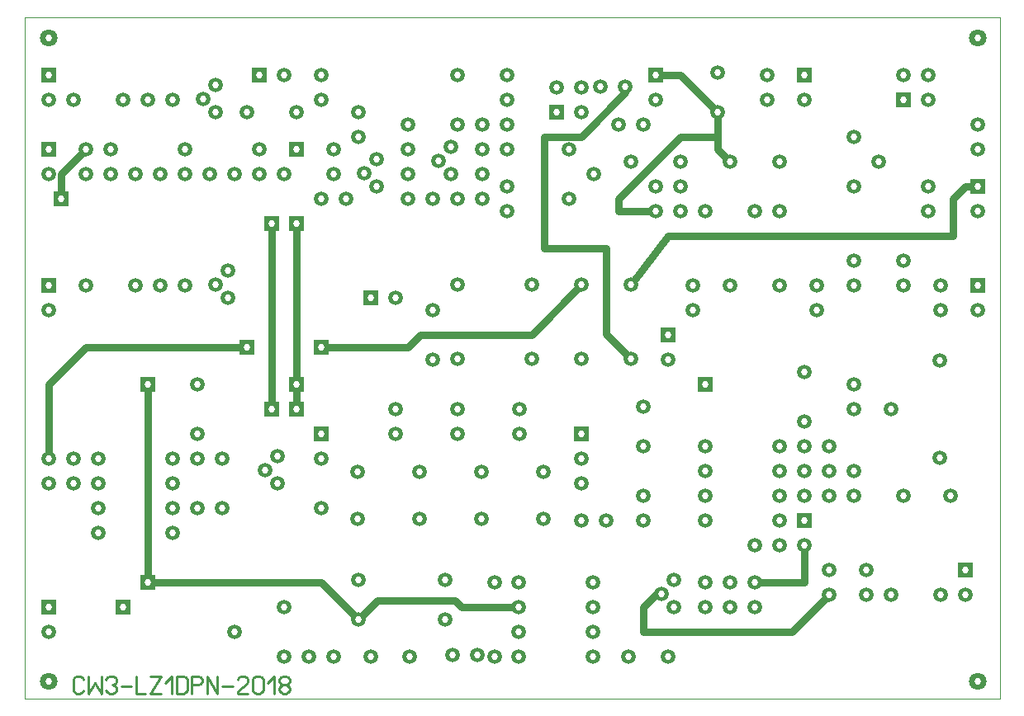
<source format=gbr>
%FSLAX34Y34*%
%MOMM*%
%LNCOPPER_TOP*%
G71*
G01*
%ADD10C, 0.00*%
%ADD11C, 0.80*%
%ADD12C, 1.80*%
%ADD13C, 1.52*%
%ADD14C, 0.22*%
%ADD15C, 0.60*%
%ADD16C, 0.30*%
%ADD17C, 0.69*%
%LPD*%
G54D10*
X-50000Y1050000D02*
X950000Y1050000D01*
X950000Y350000D01*
X-50000Y350000D01*
X-50000Y1050000D01*
G54D11*
X596900Y990600D02*
X622300Y990600D01*
X660400Y952500D01*
X660400Y914400D01*
X673100Y901700D01*
G54D11*
X596900Y850900D02*
X558800Y850900D01*
X558800Y863600D01*
X622300Y927100D01*
X660400Y927100D01*
G54D11*
X901700Y825500D02*
X901700Y863600D01*
X914400Y876300D01*
X927100Y876300D01*
G54D11*
X571885Y774935D02*
X571885Y775085D01*
X609600Y825500D01*
X901700Y825500D01*
G54D11*
X566178Y978299D02*
X566178Y972578D01*
X520700Y927100D01*
X482600Y927100D01*
X482600Y812800D01*
X546100Y812800D01*
X546100Y724520D01*
X571885Y698735D01*
G54D11*
X602966Y458171D02*
X597871Y458171D01*
X584200Y444500D01*
X584200Y419100D01*
X736600Y419100D01*
X774700Y457200D01*
G54D11*
X457051Y444491D02*
X398509Y444491D01*
X391700Y451300D01*
X311600Y451300D01*
X292100Y431800D01*
G54D11*
X698500Y469900D02*
X749300Y469900D01*
X749300Y508000D01*
X-25400Y1028700D02*
G54D12*
D03*
X-25400Y1028700D02*
G54D12*
D03*
X-25400Y1028700D02*
G54D12*
D03*
X927100Y1028700D02*
G54D12*
D03*
X927100Y368300D02*
G54D12*
D03*
X-25400Y368300D02*
G54D12*
D03*
X-25400Y1028700D02*
G54D12*
D03*
G54D11*
X12700Y914400D02*
X-12700Y889000D01*
X-12700Y863600D01*
G54D11*
X203200Y838200D02*
X203200Y736600D01*
G54D11*
X203200Y736600D02*
X203200Y647700D01*
G54D11*
X76200Y673100D02*
X76200Y469900D01*
G54D11*
X76200Y469900D02*
X254000Y469900D01*
X292100Y431800D01*
G54D11*
X228600Y838200D02*
X228600Y673100D01*
X228600Y647700D01*
G54D11*
X-25400Y596900D02*
X-25400Y673100D01*
X12700Y711200D01*
X177800Y711200D01*
G54D11*
X254000Y711200D02*
X342900Y711200D01*
X355600Y723900D01*
X470051Y723900D01*
X521085Y774935D01*
X12700Y914400D02*
G54D13*
D03*
X-12700Y863600D02*
G54D13*
D03*
X203200Y838200D02*
G54D13*
D03*
X228600Y838200D02*
G54D13*
D03*
X566178Y978299D02*
G54D13*
D03*
X-25400Y965200D02*
G54D13*
D03*
X0Y965200D02*
G54D13*
D03*
X-25400Y889000D02*
G54D13*
D03*
X12700Y889000D02*
G54D13*
D03*
X38100Y889000D02*
G54D13*
D03*
X38100Y914400D02*
G54D13*
D03*
X63500Y889000D02*
G54D13*
D03*
X88900Y889000D02*
G54D13*
D03*
X114300Y914400D02*
G54D13*
D03*
X114300Y889000D02*
G54D13*
D03*
X139700Y889000D02*
G54D13*
D03*
X165100Y889000D02*
G54D13*
D03*
X190500Y889000D02*
G54D13*
D03*
X215900Y889000D02*
G54D13*
D03*
X190500Y914400D02*
G54D13*
D03*
X177800Y952500D02*
G54D13*
D03*
X145766Y952171D02*
G54D13*
D03*
X133066Y966171D02*
G54D13*
D03*
X145766Y980171D02*
G54D13*
D03*
X101600Y965200D02*
G54D13*
D03*
X76200Y965200D02*
G54D13*
D03*
X50800Y965200D02*
G54D13*
D03*
X12700Y774700D02*
G54D13*
D03*
X-25400Y749300D02*
G54D13*
D03*
X63500Y774700D02*
G54D13*
D03*
X88900Y774700D02*
G54D13*
D03*
X114300Y774700D02*
G54D13*
D03*
X145766Y775671D02*
G54D13*
D03*
X158466Y789671D02*
G54D13*
D03*
X158466Y761671D02*
G54D13*
D03*
X254000Y863600D02*
G54D13*
D03*
X266700Y889000D02*
G54D13*
D03*
X266700Y914400D02*
G54D13*
D03*
X292100Y927100D02*
G54D13*
D03*
X292100Y952500D02*
G54D13*
D03*
X310866Y903971D02*
G54D13*
D03*
X298166Y889971D02*
G54D13*
D03*
X310866Y875971D02*
G54D13*
D03*
X279400Y863600D02*
G54D13*
D03*
X342900Y863600D02*
G54D13*
D03*
X342900Y889000D02*
G54D13*
D03*
X342900Y914400D02*
G54D13*
D03*
X342900Y939800D02*
G54D13*
D03*
X215900Y990600D02*
G54D13*
D03*
X254000Y990600D02*
G54D13*
D03*
X254000Y965200D02*
G54D13*
D03*
X228600Y952500D02*
G54D13*
D03*
X393700Y990600D02*
G54D13*
D03*
X444500Y965200D02*
G54D13*
D03*
X444500Y990600D02*
G54D13*
D03*
X520700Y977900D02*
G54D13*
D03*
X540778Y978299D02*
G54D13*
D03*
X520700Y952500D02*
G54D13*
D03*
X495300Y977900D02*
G54D13*
D03*
X444500Y914400D02*
G54D13*
D03*
X444500Y939800D02*
G54D13*
D03*
X419100Y939800D02*
G54D13*
D03*
X419100Y914400D02*
G54D13*
D03*
X393700Y939800D02*
G54D13*
D03*
X387066Y916671D02*
G54D13*
D03*
X374366Y902671D02*
G54D13*
D03*
X387066Y888671D02*
G54D13*
D03*
X419100Y889000D02*
G54D13*
D03*
X444500Y876300D02*
G54D13*
D03*
X444500Y850900D02*
G54D13*
D03*
X419100Y863600D02*
G54D13*
D03*
X393700Y863600D02*
G54D13*
D03*
X330200Y762000D02*
G54D13*
D03*
X394085Y774935D02*
G54D13*
D03*
X368300Y749300D02*
G54D13*
D03*
X470285Y774935D02*
G54D13*
D03*
X521085Y774935D02*
G54D13*
D03*
X571885Y774935D02*
G54D13*
D03*
X635000Y774700D02*
G54D13*
D03*
X673100Y774700D02*
G54D13*
D03*
X723900Y774700D02*
G54D13*
D03*
X762000Y774700D02*
G54D13*
D03*
X800100Y774700D02*
G54D13*
D03*
X800100Y800100D02*
G54D13*
D03*
X850900Y800100D02*
G54D13*
D03*
X850900Y774700D02*
G54D13*
D03*
X889000Y774700D02*
G54D13*
D03*
X927100Y774700D02*
G54D13*
D03*
X927100Y749300D02*
G54D13*
D03*
X889000Y749300D02*
G54D13*
D03*
X762000Y749300D02*
G54D13*
D03*
X635000Y749300D02*
G54D13*
D03*
X609600Y698500D02*
G54D13*
D03*
X571885Y698735D02*
G54D13*
D03*
X521085Y698735D02*
G54D13*
D03*
X470285Y698735D02*
G54D13*
D03*
X394085Y698735D02*
G54D13*
D03*
X368300Y698500D02*
G54D13*
D03*
X127000Y673100D02*
G54D13*
D03*
X127000Y622300D02*
G54D13*
D03*
X127000Y596900D02*
G54D13*
D03*
X152400Y596900D02*
G54D13*
D03*
X101600Y596900D02*
G54D13*
D03*
X101600Y571500D02*
G54D13*
D03*
X101600Y546100D02*
G54D13*
D03*
X127000Y546100D02*
G54D13*
D03*
X152400Y546100D02*
G54D13*
D03*
X101600Y520700D02*
G54D13*
D03*
X25400Y596900D02*
G54D13*
D03*
X25400Y571500D02*
G54D13*
D03*
X25400Y546100D02*
G54D13*
D03*
X25400Y520700D02*
G54D13*
D03*
X0Y571500D02*
G54D13*
D03*
X0Y596900D02*
G54D13*
D03*
X-25400Y571500D02*
G54D13*
D03*
X-25400Y596900D02*
G54D13*
D03*
X-25400Y419100D02*
G54D13*
D03*
X-25400Y368300D02*
G54D13*
D03*
X-25400Y1028700D02*
G54D13*
D03*
X927100Y1028700D02*
G54D13*
D03*
X927100Y368300D02*
G54D13*
D03*
X888200Y697700D02*
G54D13*
D03*
X888200Y597700D02*
G54D13*
D03*
X899300Y558800D02*
G54D13*
D03*
X838200Y647700D02*
G54D13*
D03*
X800100Y673100D02*
G54D13*
D03*
X800100Y647700D02*
G54D13*
D03*
X876300Y876300D02*
G54D13*
D03*
X876300Y850900D02*
G54D13*
D03*
X927100Y850900D02*
G54D13*
D03*
X927100Y914400D02*
G54D13*
D03*
X927100Y939800D02*
G54D13*
D03*
X876300Y965200D02*
G54D13*
D03*
X876300Y990600D02*
G54D13*
D03*
X850900Y990600D02*
G54D13*
D03*
X800100Y927100D02*
G54D13*
D03*
X825500Y901700D02*
G54D13*
D03*
X800100Y876300D02*
G54D13*
D03*
X723900Y850900D02*
G54D13*
D03*
X698500Y850900D02*
G54D13*
D03*
X673100Y901700D02*
G54D13*
D03*
X723900Y901700D02*
G54D13*
D03*
X711200Y965200D02*
G54D13*
D03*
X749300Y965200D02*
G54D13*
D03*
X711200Y990600D02*
G54D13*
D03*
X660400Y992500D02*
G54D13*
D03*
X660400Y952500D02*
G54D13*
D03*
X584200Y939800D02*
G54D13*
D03*
X596900Y965200D02*
G54D13*
D03*
X558800Y939800D02*
G54D13*
D03*
X508000Y914400D02*
G54D13*
D03*
X533400Y889000D02*
G54D13*
D03*
X508000Y863600D02*
G54D13*
D03*
X571500Y901700D02*
G54D13*
D03*
X596900Y876300D02*
G54D13*
D03*
X622300Y901700D02*
G54D13*
D03*
X622300Y876300D02*
G54D13*
D03*
X622300Y850900D02*
G54D13*
D03*
X596900Y850900D02*
G54D13*
D03*
X647700Y850900D02*
G54D13*
D03*
X165100Y419100D02*
G54D13*
D03*
X215900Y393700D02*
G54D13*
D03*
X215900Y444500D02*
G54D13*
D03*
X241300Y393700D02*
G54D13*
D03*
X266700Y393700D02*
G54D13*
D03*
X304800Y393700D02*
G54D13*
D03*
X292100Y431800D02*
G54D13*
D03*
X292100Y471800D02*
G54D13*
D03*
X381000Y471800D02*
G54D13*
D03*
X381000Y431800D02*
G54D13*
D03*
X344800Y393700D02*
G54D13*
D03*
X388726Y395177D02*
G54D13*
D03*
X414126Y395177D02*
G54D13*
D03*
X431800Y393700D02*
G54D13*
D03*
X457051Y393690D02*
G54D13*
D03*
X533251Y393690D02*
G54D13*
D03*
X569600Y393700D02*
G54D13*
D03*
X609600Y393700D02*
G54D13*
D03*
X615666Y444171D02*
G54D13*
D03*
X615666Y472171D02*
G54D13*
D03*
X602966Y458171D02*
G54D13*
D03*
X533251Y419090D02*
G54D13*
D03*
X533251Y444491D02*
G54D13*
D03*
X533251Y469890D02*
G54D13*
D03*
X457051Y469890D02*
G54D13*
D03*
X457051Y444491D02*
G54D13*
D03*
X457051Y419090D02*
G54D13*
D03*
X431800Y469900D02*
G54D13*
D03*
X481750Y534950D02*
G54D13*
D03*
X418250Y534950D02*
G54D13*
D03*
X457200Y622300D02*
G54D13*
D03*
X457200Y647700D02*
G54D13*
D03*
X393700Y647700D02*
G54D13*
D03*
X393700Y622300D02*
G54D13*
D03*
X418250Y583350D02*
G54D13*
D03*
X354750Y583350D02*
G54D13*
D03*
X330200Y622300D02*
G54D13*
D03*
X330200Y647700D02*
G54D13*
D03*
X254000Y596900D02*
G54D13*
D03*
X291250Y583350D02*
G54D13*
D03*
X291250Y534950D02*
G54D13*
D03*
X254000Y546100D02*
G54D13*
D03*
X209266Y571171D02*
G54D13*
D03*
X196566Y585171D02*
G54D13*
D03*
X209266Y599171D02*
G54D13*
D03*
X520700Y533400D02*
G54D13*
D03*
X520700Y571500D02*
G54D13*
D03*
X481750Y583350D02*
G54D13*
D03*
X520700Y596900D02*
G54D13*
D03*
X584200Y649600D02*
G54D13*
D03*
X584200Y609600D02*
G54D13*
D03*
X584200Y558800D02*
G54D13*
D03*
X584200Y533400D02*
G54D13*
D03*
X546100Y533400D02*
G54D13*
D03*
X647700Y609600D02*
G54D13*
D03*
X647700Y584200D02*
G54D13*
D03*
X647700Y558800D02*
G54D13*
D03*
X647700Y533400D02*
G54D13*
D03*
X723900Y533400D02*
G54D13*
D03*
X723900Y558800D02*
G54D13*
D03*
X723900Y584200D02*
G54D13*
D03*
X723900Y609600D02*
G54D13*
D03*
X749300Y609600D02*
G54D13*
D03*
X749300Y635000D02*
G54D13*
D03*
X749300Y685800D02*
G54D13*
D03*
X774700Y609600D02*
G54D13*
D03*
X774700Y584200D02*
G54D13*
D03*
X774700Y558800D02*
G54D13*
D03*
X749300Y584200D02*
G54D13*
D03*
X749300Y558800D02*
G54D13*
D03*
X800100Y558800D02*
G54D13*
D03*
X800100Y584200D02*
G54D13*
D03*
X850900Y558800D02*
G54D13*
D03*
X914400Y457200D02*
G54D13*
D03*
X889000Y457200D02*
G54D13*
D03*
X838200Y457200D02*
G54D13*
D03*
X812800Y457200D02*
G54D13*
D03*
X812800Y482600D02*
G54D13*
D03*
X774700Y482600D02*
G54D13*
D03*
X774700Y457200D02*
G54D13*
D03*
X749300Y508000D02*
G54D13*
D03*
X723900Y508000D02*
G54D13*
D03*
X698500Y508000D02*
G54D13*
D03*
X698500Y469900D02*
G54D13*
D03*
X698500Y444500D02*
G54D13*
D03*
X673100Y444500D02*
G54D13*
D03*
X673100Y469900D02*
G54D13*
D03*
X647700Y469900D02*
G54D13*
D03*
X647700Y444500D02*
G54D13*
D03*
G36*
X-33000Y998200D02*
X-17800Y998200D01*
X-17800Y983000D01*
X-33000Y983000D01*
X-33000Y998200D01*
G37*
G36*
X-33000Y922000D02*
X-17800Y922000D01*
X-17800Y906800D01*
X-33000Y906800D01*
X-33000Y922000D01*
G37*
G36*
X-20300Y871200D02*
X-5100Y871200D01*
X-5100Y856000D01*
X-20300Y856000D01*
X-20300Y871200D01*
G37*
G36*
X182900Y998200D02*
X198100Y998200D01*
X198100Y983000D01*
X182900Y983000D01*
X182900Y998200D01*
G37*
G36*
X221000Y922000D02*
X236200Y922000D01*
X236200Y906800D01*
X221000Y906800D01*
X221000Y922000D01*
G37*
G36*
X221000Y845800D02*
X236200Y845800D01*
X236200Y830600D01*
X221000Y830600D01*
X221000Y845800D01*
G37*
G36*
X195600Y845800D02*
X210800Y845800D01*
X210800Y830600D01*
X195600Y830600D01*
X195600Y845800D01*
G37*
G36*
X487700Y960100D02*
X502900Y960100D01*
X502900Y944900D01*
X487700Y944900D01*
X487700Y960100D01*
G37*
G36*
X843300Y972800D02*
X858500Y972800D01*
X858500Y957600D01*
X843300Y957600D01*
X843300Y972800D01*
G37*
G36*
X741700Y998200D02*
X756900Y998200D01*
X756900Y983000D01*
X741700Y983000D01*
X741700Y998200D01*
G37*
G36*
X589300Y998200D02*
X604500Y998200D01*
X604500Y983000D01*
X589300Y983000D01*
X589300Y998200D01*
G37*
G36*
X919500Y883900D02*
X934700Y883900D01*
X934700Y868700D01*
X919500Y868700D01*
X919500Y883900D01*
G37*
G36*
X919500Y782300D02*
X934700Y782300D01*
X934700Y767100D01*
X919500Y767100D01*
X919500Y782300D01*
G37*
G36*
X602000Y731500D02*
X617200Y731500D01*
X617200Y716300D01*
X602000Y716300D01*
X602000Y731500D01*
G37*
G36*
X297200Y769600D02*
X312400Y769600D01*
X312400Y754400D01*
X297200Y754400D01*
X297200Y769600D01*
G37*
G36*
X-33000Y782300D02*
X-17800Y782300D01*
X-17800Y767100D01*
X-33000Y767100D01*
X-33000Y782300D01*
G37*
G36*
X170200Y718800D02*
X185400Y718800D01*
X185400Y703600D01*
X170200Y703600D01*
X170200Y718800D01*
G37*
G36*
X246400Y718800D02*
X261600Y718800D01*
X261600Y703600D01*
X246400Y703600D01*
X246400Y718800D01*
G37*
G36*
X68600Y680700D02*
X83800Y680700D01*
X83800Y665500D01*
X68600Y665500D01*
X68600Y680700D01*
G37*
G36*
X221000Y680700D02*
X236200Y680700D01*
X236200Y665500D01*
X221000Y665500D01*
X221000Y680700D01*
G37*
G36*
X221000Y655300D02*
X236200Y655300D01*
X236200Y640100D01*
X221000Y640100D01*
X221000Y655300D01*
G37*
G36*
X195600Y655300D02*
X210800Y655300D01*
X210800Y640100D01*
X195600Y640100D01*
X195600Y655300D01*
G37*
G36*
X246400Y718800D02*
X261600Y718800D01*
X261600Y703600D01*
X246400Y703600D01*
X246400Y718800D01*
G37*
G36*
X170200Y718800D02*
X185400Y718800D01*
X185400Y703600D01*
X170200Y703600D01*
X170200Y718800D01*
G37*
G36*
X640100Y680700D02*
X655300Y680700D01*
X655300Y665500D01*
X640100Y665500D01*
X640100Y680700D01*
G37*
G36*
X513100Y629900D02*
X528300Y629900D01*
X528300Y614700D01*
X513100Y614700D01*
X513100Y629900D01*
G37*
G36*
X246400Y629900D02*
X261600Y629900D01*
X261600Y614700D01*
X246400Y614700D01*
X246400Y629900D01*
G37*
G36*
X-33000Y452100D02*
X-17800Y452100D01*
X-17800Y436900D01*
X-33000Y436900D01*
X-33000Y452100D01*
G37*
G36*
X43200Y452100D02*
X58400Y452100D01*
X58400Y436900D01*
X43200Y436900D01*
X43200Y452100D01*
G37*
G36*
X68600Y477500D02*
X83800Y477500D01*
X83800Y462300D01*
X68600Y462300D01*
X68600Y477500D01*
G37*
G36*
X741700Y541000D02*
X756900Y541000D01*
X756900Y525800D01*
X741700Y525800D01*
X741700Y541000D01*
G37*
G36*
X906800Y490200D02*
X922000Y490200D01*
X922000Y475000D01*
X906800Y475000D01*
X906800Y490200D01*
G37*
X354750Y534950D02*
G54D13*
D03*
X368300Y863600D02*
G54D13*
D03*
G54D14*
X10667Y358933D02*
X9333Y356711D01*
X6667Y355600D01*
X4000Y355600D01*
X1333Y356711D01*
X0Y358933D01*
X0Y370044D01*
X1333Y372267D01*
X4000Y373378D01*
X6667Y373378D01*
X9333Y372267D01*
X10667Y370044D01*
G54D14*
X15556Y373378D02*
X15556Y355600D01*
X22223Y366711D01*
X28889Y355600D01*
X28889Y373378D01*
G54D14*
X33778Y370044D02*
X35111Y372267D01*
X37778Y373378D01*
X40445Y373378D01*
X43111Y372267D01*
X44445Y370044D01*
X44445Y367822D01*
X43111Y365600D01*
X40445Y364489D01*
X43111Y363378D01*
X44445Y361156D01*
X44445Y358933D01*
X43111Y356711D01*
X40445Y355600D01*
X37778Y355600D01*
X35111Y356711D01*
X33778Y358933D01*
G54D14*
X49334Y363378D02*
X60001Y363378D01*
G54D14*
X64890Y373378D02*
X64890Y355600D01*
X74223Y355600D01*
G54D14*
X79112Y373378D02*
X89779Y373378D01*
X79112Y355600D01*
X89779Y355600D01*
G54D14*
X94668Y366711D02*
X101335Y373378D01*
X101335Y355600D01*
G54D14*
X106224Y355600D02*
X106224Y373378D01*
X112891Y373378D01*
X115557Y372267D01*
X116891Y370044D01*
X116891Y358933D01*
X115557Y356711D01*
X112891Y355600D01*
X106224Y355600D01*
G54D14*
X121780Y355600D02*
X121780Y373378D01*
X128447Y373378D01*
X131113Y372267D01*
X132447Y370044D01*
X132447Y367822D01*
X131113Y365600D01*
X128447Y364489D01*
X121780Y364489D01*
G54D14*
X137336Y355600D02*
X137336Y373378D01*
X148003Y355600D01*
X148003Y373378D01*
G54D14*
X152892Y363378D02*
X163559Y363378D01*
G54D14*
X179115Y355600D02*
X168448Y355600D01*
X168448Y356711D01*
X169781Y358933D01*
X177781Y365600D01*
X179115Y367822D01*
X179115Y370044D01*
X177781Y372267D01*
X175115Y373378D01*
X172448Y373378D01*
X169781Y372267D01*
X168448Y370044D01*
G54D14*
X194671Y370044D02*
X194671Y358933D01*
X193337Y356711D01*
X190671Y355600D01*
X188004Y355600D01*
X185337Y356711D01*
X184004Y358933D01*
X184004Y370044D01*
X185337Y372267D01*
X188004Y373378D01*
X190671Y373378D01*
X193337Y372267D01*
X194671Y370044D01*
G54D14*
X199560Y366711D02*
X206227Y373378D01*
X206227Y355600D01*
G54D14*
X217783Y364489D02*
X215116Y364489D01*
X212449Y365600D01*
X211116Y367822D01*
X211116Y370044D01*
X212449Y372267D01*
X215116Y373378D01*
X217783Y373378D01*
X220449Y372267D01*
X221783Y370044D01*
X221783Y367822D01*
X220449Y365600D01*
X217783Y364489D01*
X220449Y363378D01*
X221783Y361156D01*
X221783Y358933D01*
X220449Y356711D01*
X217783Y355600D01*
X215116Y355600D01*
X212449Y356711D01*
X211116Y358933D01*
X211116Y361156D01*
X212449Y363378D01*
X215116Y364489D01*
%LNAUGENFREISTANZEN*%
%LPC*%
X-25400Y1028700D02*
G54D15*
D03*
X-25400Y1028700D02*
G54D15*
D03*
X-25400Y1028700D02*
G54D15*
D03*
X927100Y1028700D02*
G54D15*
D03*
X927100Y368300D02*
G54D15*
D03*
X-25400Y368300D02*
G54D15*
D03*
X-25400Y1028700D02*
G54D15*
D03*
X12700Y914400D02*
G54D16*
D03*
X-12700Y863600D02*
G54D16*
D03*
X203200Y838200D02*
G54D16*
D03*
X228600Y838200D02*
G54D16*
D03*
X566178Y978299D02*
G54D16*
D03*
X-25400Y965200D02*
G54D16*
D03*
X0Y965200D02*
G54D16*
D03*
X-25400Y889000D02*
G54D16*
D03*
X12700Y889000D02*
G54D16*
D03*
X38100Y889000D02*
G54D16*
D03*
X38100Y914400D02*
G54D16*
D03*
X63500Y889000D02*
G54D16*
D03*
X88900Y889000D02*
G54D16*
D03*
X114300Y914400D02*
G54D16*
D03*
X114300Y889000D02*
G54D16*
D03*
X139700Y889000D02*
G54D16*
D03*
X165100Y889000D02*
G54D16*
D03*
X190500Y889000D02*
G54D16*
D03*
X215900Y889000D02*
G54D16*
D03*
X190500Y914400D02*
G54D16*
D03*
X177800Y952500D02*
G54D16*
D03*
X145766Y952171D02*
G54D16*
D03*
X133066Y966171D02*
G54D16*
D03*
X145766Y980171D02*
G54D16*
D03*
X101600Y965200D02*
G54D16*
D03*
X76200Y965200D02*
G54D16*
D03*
X50800Y965200D02*
G54D16*
D03*
X12700Y774700D02*
G54D16*
D03*
X-25400Y749300D02*
G54D16*
D03*
X63500Y774700D02*
G54D16*
D03*
X88900Y774700D02*
G54D16*
D03*
X114300Y774700D02*
G54D16*
D03*
X145766Y775671D02*
G54D16*
D03*
X158466Y789671D02*
G54D16*
D03*
X158466Y761671D02*
G54D16*
D03*
X254000Y863600D02*
G54D16*
D03*
X266700Y889000D02*
G54D16*
D03*
X266700Y914400D02*
G54D16*
D03*
X292100Y927100D02*
G54D16*
D03*
X292100Y952500D02*
G54D16*
D03*
X310866Y903971D02*
G54D16*
D03*
X298166Y889971D02*
G54D16*
D03*
X310866Y875971D02*
G54D16*
D03*
X279400Y863600D02*
G54D16*
D03*
X342900Y863600D02*
G54D16*
D03*
X342900Y889000D02*
G54D16*
D03*
X342900Y914400D02*
G54D16*
D03*
X342900Y939800D02*
G54D16*
D03*
X215900Y990600D02*
G54D16*
D03*
X254000Y990600D02*
G54D16*
D03*
X254000Y965200D02*
G54D16*
D03*
X228600Y952500D02*
G54D16*
D03*
X393700Y990600D02*
G54D16*
D03*
X444500Y965200D02*
G54D16*
D03*
X444500Y990600D02*
G54D16*
D03*
X520700Y977900D02*
G54D16*
D03*
X540778Y978299D02*
G54D16*
D03*
X520700Y952500D02*
G54D16*
D03*
X495300Y977900D02*
G54D16*
D03*
X444500Y914400D02*
G54D16*
D03*
X444500Y939800D02*
G54D16*
D03*
X419100Y939800D02*
G54D16*
D03*
X419100Y914400D02*
G54D16*
D03*
X393700Y939800D02*
G54D16*
D03*
X387066Y916671D02*
G54D16*
D03*
X374366Y902671D02*
G54D16*
D03*
X387066Y888671D02*
G54D16*
D03*
X419100Y889000D02*
G54D16*
D03*
X444500Y876300D02*
G54D16*
D03*
X444500Y850900D02*
G54D16*
D03*
X419100Y863600D02*
G54D16*
D03*
X393700Y863600D02*
G54D16*
D03*
X330200Y762000D02*
G54D16*
D03*
X394085Y774935D02*
G54D16*
D03*
X368300Y749300D02*
G54D16*
D03*
X470285Y774935D02*
G54D16*
D03*
X521085Y774935D02*
G54D16*
D03*
X571885Y774935D02*
G54D16*
D03*
X635000Y774700D02*
G54D16*
D03*
X673100Y774700D02*
G54D16*
D03*
X723900Y774700D02*
G54D16*
D03*
X762000Y774700D02*
G54D16*
D03*
X800100Y774700D02*
G54D16*
D03*
X800100Y800100D02*
G54D16*
D03*
X850900Y800100D02*
G54D16*
D03*
X850900Y774700D02*
G54D16*
D03*
X889000Y774700D02*
G54D16*
D03*
X927100Y774700D02*
G54D16*
D03*
X927100Y749300D02*
G54D16*
D03*
X889000Y749300D02*
G54D16*
D03*
X762000Y749300D02*
G54D16*
D03*
X635000Y749300D02*
G54D16*
D03*
X609600Y698500D02*
G54D16*
D03*
X571885Y698735D02*
G54D16*
D03*
X521085Y698735D02*
G54D16*
D03*
X470285Y698735D02*
G54D16*
D03*
X394085Y698735D02*
G54D16*
D03*
X368300Y698500D02*
G54D16*
D03*
X127000Y673100D02*
G54D16*
D03*
X127000Y622300D02*
G54D16*
D03*
X127000Y596900D02*
G54D16*
D03*
X152400Y596900D02*
G54D16*
D03*
X101600Y596900D02*
G54D16*
D03*
X101600Y571500D02*
G54D16*
D03*
X101600Y546100D02*
G54D16*
D03*
X127000Y546100D02*
G54D16*
D03*
X152400Y546100D02*
G54D16*
D03*
X101600Y520700D02*
G54D16*
D03*
X25400Y596900D02*
G54D16*
D03*
X25400Y571500D02*
G54D16*
D03*
X25400Y546100D02*
G54D16*
D03*
X25400Y520700D02*
G54D16*
D03*
X0Y571500D02*
G54D16*
D03*
X0Y596900D02*
G54D16*
D03*
X-25400Y571500D02*
G54D16*
D03*
X-25400Y596900D02*
G54D16*
D03*
X-25400Y419100D02*
G54D16*
D03*
X-25400Y368300D02*
G54D16*
D03*
X-25400Y1028700D02*
G54D16*
D03*
X927100Y1028700D02*
G54D16*
D03*
X927100Y368300D02*
G54D16*
D03*
X888200Y697700D02*
G54D16*
D03*
X888200Y597700D02*
G54D16*
D03*
X899300Y558800D02*
G54D16*
D03*
X838200Y647700D02*
G54D16*
D03*
X800100Y673100D02*
G54D16*
D03*
X800100Y647700D02*
G54D16*
D03*
X876300Y876300D02*
G54D16*
D03*
X876300Y850900D02*
G54D16*
D03*
X927100Y850900D02*
G54D16*
D03*
X927100Y914400D02*
G54D16*
D03*
X927100Y939800D02*
G54D16*
D03*
X876300Y965200D02*
G54D16*
D03*
X876300Y990600D02*
G54D16*
D03*
X850900Y990600D02*
G54D16*
D03*
X800100Y927100D02*
G54D16*
D03*
X825500Y901700D02*
G54D16*
D03*
X800100Y876300D02*
G54D16*
D03*
X723900Y850900D02*
G54D16*
D03*
X698500Y850900D02*
G54D16*
D03*
X673100Y901700D02*
G54D16*
D03*
X723900Y901700D02*
G54D16*
D03*
X711200Y965200D02*
G54D16*
D03*
X749300Y965200D02*
G54D16*
D03*
X711200Y990600D02*
G54D16*
D03*
X660400Y992500D02*
G54D16*
D03*
X660400Y952500D02*
G54D16*
D03*
X584200Y939800D02*
G54D16*
D03*
X596900Y965200D02*
G54D16*
D03*
X558800Y939800D02*
G54D16*
D03*
X508000Y914400D02*
G54D16*
D03*
X533400Y889000D02*
G54D16*
D03*
X508000Y863600D02*
G54D16*
D03*
X571500Y901700D02*
G54D16*
D03*
X596900Y876300D02*
G54D16*
D03*
X622300Y901700D02*
G54D16*
D03*
X622300Y876300D02*
G54D16*
D03*
X622300Y850900D02*
G54D16*
D03*
X596900Y850900D02*
G54D16*
D03*
X647700Y850900D02*
G54D16*
D03*
X165100Y419100D02*
G54D16*
D03*
X215900Y393700D02*
G54D16*
D03*
X215900Y444500D02*
G54D16*
D03*
X241300Y393700D02*
G54D16*
D03*
X266700Y393700D02*
G54D16*
D03*
X304800Y393700D02*
G54D16*
D03*
X292100Y431800D02*
G54D16*
D03*
X292100Y471800D02*
G54D16*
D03*
X381000Y471800D02*
G54D16*
D03*
X381000Y431800D02*
G54D16*
D03*
X344800Y393700D02*
G54D16*
D03*
X388726Y395177D02*
G54D16*
D03*
X414126Y395177D02*
G54D16*
D03*
X431800Y393700D02*
G54D16*
D03*
X457051Y393690D02*
G54D16*
D03*
X533251Y393690D02*
G54D16*
D03*
X569600Y393700D02*
G54D16*
D03*
X609600Y393700D02*
G54D16*
D03*
X615666Y444171D02*
G54D16*
D03*
X615666Y472171D02*
G54D16*
D03*
X602966Y458171D02*
G54D16*
D03*
X533251Y419090D02*
G54D16*
D03*
X533251Y444491D02*
G54D16*
D03*
X533251Y469890D02*
G54D16*
D03*
X457051Y469890D02*
G54D16*
D03*
X457051Y444491D02*
G54D16*
D03*
X457051Y419090D02*
G54D16*
D03*
X431800Y469900D02*
G54D16*
D03*
X481750Y534950D02*
G54D16*
D03*
X418250Y534950D02*
G54D16*
D03*
X457200Y622300D02*
G54D16*
D03*
X457200Y647700D02*
G54D16*
D03*
X393700Y647700D02*
G54D16*
D03*
X393700Y622300D02*
G54D16*
D03*
X418250Y583350D02*
G54D16*
D03*
X354750Y583350D02*
G54D16*
D03*
X330200Y622300D02*
G54D16*
D03*
X330200Y647700D02*
G54D16*
D03*
X254000Y596900D02*
G54D16*
D03*
X291250Y583350D02*
G54D16*
D03*
X291250Y534950D02*
G54D16*
D03*
X254000Y546100D02*
G54D16*
D03*
X209266Y571171D02*
G54D16*
D03*
X196566Y585171D02*
G54D16*
D03*
X209266Y599171D02*
G54D16*
D03*
X520700Y533400D02*
G54D16*
D03*
X520700Y571500D02*
G54D16*
D03*
X481750Y583350D02*
G54D16*
D03*
X520700Y596900D02*
G54D16*
D03*
X584200Y649600D02*
G54D16*
D03*
X584200Y609600D02*
G54D16*
D03*
X584200Y558800D02*
G54D16*
D03*
X584200Y533400D02*
G54D16*
D03*
X546100Y533400D02*
G54D16*
D03*
X647700Y609600D02*
G54D16*
D03*
X647700Y584200D02*
G54D16*
D03*
X647700Y558800D02*
G54D16*
D03*
X647700Y533400D02*
G54D16*
D03*
X723900Y533400D02*
G54D16*
D03*
X723900Y558800D02*
G54D16*
D03*
X723900Y584200D02*
G54D16*
D03*
X723900Y609600D02*
G54D16*
D03*
X749300Y609600D02*
G54D16*
D03*
X749300Y635000D02*
G54D16*
D03*
X749300Y685800D02*
G54D16*
D03*
X774700Y609600D02*
G54D16*
D03*
X774700Y584200D02*
G54D16*
D03*
X774700Y558800D02*
G54D16*
D03*
X749300Y584200D02*
G54D16*
D03*
X749300Y558800D02*
G54D16*
D03*
X800100Y558800D02*
G54D16*
D03*
X800100Y584200D02*
G54D16*
D03*
X850900Y558800D02*
G54D16*
D03*
X914400Y457200D02*
G54D16*
D03*
X889000Y457200D02*
G54D16*
D03*
X838200Y457200D02*
G54D16*
D03*
X812800Y457200D02*
G54D16*
D03*
X812800Y482600D02*
G54D16*
D03*
X774700Y482600D02*
G54D16*
D03*
X774700Y457200D02*
G54D16*
D03*
X749300Y508000D02*
G54D16*
D03*
X723900Y508000D02*
G54D16*
D03*
X698500Y508000D02*
G54D16*
D03*
X698500Y469900D02*
G54D16*
D03*
X698500Y444500D02*
G54D16*
D03*
X673100Y444500D02*
G54D16*
D03*
X673100Y469900D02*
G54D16*
D03*
X647700Y469900D02*
G54D16*
D03*
X647700Y444500D02*
G54D16*
D03*
X-25400Y990600D02*
G54D16*
D03*
X-25400Y914400D02*
G54D16*
D03*
X-12700Y863600D02*
G54D16*
D03*
X190500Y990600D02*
G54D16*
D03*
X228600Y914400D02*
G54D16*
D03*
X228600Y838200D02*
G54D16*
D03*
X203200Y838200D02*
G54D16*
D03*
X495300Y952500D02*
G54D16*
D03*
X850900Y965200D02*
G54D16*
D03*
X749300Y990600D02*
G54D16*
D03*
X596900Y990600D02*
G54D16*
D03*
X927100Y876300D02*
G54D16*
D03*
X927100Y774700D02*
G54D16*
D03*
X609600Y723900D02*
G54D16*
D03*
X304800Y762000D02*
G54D16*
D03*
X-25400Y774700D02*
G54D16*
D03*
X177800Y711200D02*
G54D16*
D03*
X254000Y711200D02*
G54D16*
D03*
X76200Y673100D02*
G54D16*
D03*
X228600Y673100D02*
G54D16*
D03*
X228600Y647700D02*
G54D16*
D03*
X203200Y647700D02*
G54D16*
D03*
X254000Y711200D02*
G54D16*
D03*
X177800Y711200D02*
G54D16*
D03*
X647700Y673100D02*
G54D16*
D03*
X520700Y622300D02*
G54D16*
D03*
X254000Y622300D02*
G54D16*
D03*
X-25400Y444500D02*
G54D16*
D03*
X50800Y444500D02*
G54D16*
D03*
X76200Y469900D02*
G54D16*
D03*
X749300Y533400D02*
G54D16*
D03*
X914400Y482600D02*
G54D16*
D03*
X354750Y534950D02*
G54D16*
D03*
X-25400Y965200D02*
G54D17*
D03*
X0Y965200D02*
G54D17*
D03*
X50800Y965200D02*
G54D17*
D03*
X76200Y965200D02*
G54D17*
D03*
X101600Y965200D02*
G54D17*
D03*
X133066Y966171D02*
G54D17*
D03*
X145766Y980171D02*
G54D17*
D03*
X145766Y952171D02*
G54D17*
D03*
X177800Y952500D02*
G54D17*
D03*
X190500Y990600D02*
G54D17*
D03*
X215900Y990600D02*
G54D17*
D03*
X-25400Y990600D02*
G54D17*
D03*
X254000Y990600D02*
G54D17*
D03*
X254000Y965200D02*
G54D17*
D03*
X228600Y952500D02*
G54D17*
D03*
X-25400Y914400D02*
G54D17*
D03*
X12700Y914400D02*
G54D17*
D03*
X38100Y914400D02*
G54D17*
D03*
X114300Y914400D02*
G54D17*
D03*
X190500Y914400D02*
G54D17*
D03*
X190500Y889000D02*
G54D17*
D03*
X165100Y889000D02*
G54D17*
D03*
X139700Y889000D02*
G54D17*
D03*
X114300Y889000D02*
G54D17*
D03*
X88900Y889000D02*
G54D17*
D03*
X63500Y889000D02*
G54D17*
D03*
X38100Y889000D02*
G54D17*
D03*
X12700Y889000D02*
G54D17*
D03*
X-25400Y889000D02*
G54D17*
D03*
X-12700Y863600D02*
G54D17*
D03*
X12700Y774700D02*
G54D17*
D03*
X-25400Y774700D02*
G54D17*
D03*
X-25400Y749300D02*
G54D17*
D03*
X63500Y774700D02*
G54D17*
D03*
X88900Y774700D02*
G54D17*
D03*
X114300Y774700D02*
G54D17*
D03*
X145766Y775671D02*
G54D17*
D03*
X158466Y789671D02*
G54D17*
D03*
X158466Y761671D02*
G54D17*
D03*
X304800Y762000D02*
G54D17*
D03*
X330200Y762000D02*
G54D17*
D03*
X368300Y749300D02*
G54D17*
D03*
X394085Y774935D02*
G54D17*
D03*
X203200Y838200D02*
G54D17*
D03*
X228600Y838200D02*
G54D17*
D03*
X228600Y914400D02*
G54D17*
D03*
X266700Y914400D02*
G54D17*
D03*
X266700Y889000D02*
G54D17*
D03*
X254000Y863600D02*
G54D17*
D03*
X279400Y863600D02*
G54D17*
D03*
X310866Y875971D02*
G54D17*
D03*
X298166Y889971D02*
G54D17*
D03*
X310866Y903971D02*
G54D17*
D03*
X292100Y927100D02*
G54D17*
D03*
X292100Y952500D02*
G54D17*
D03*
X393700Y990600D02*
G54D17*
D03*
X444500Y990600D02*
G54D17*
D03*
X444500Y965200D02*
G54D17*
D03*
X444500Y939800D02*
G54D17*
D03*
X419100Y939800D02*
G54D17*
D03*
X393700Y939800D02*
G54D17*
D03*
X342900Y939800D02*
G54D17*
D03*
X342900Y914400D02*
G54D17*
D03*
X342900Y889000D02*
G54D17*
D03*
X374366Y902671D02*
G54D17*
D03*
X342900Y863600D02*
G54D17*
D03*
X368300Y863600D02*
G54D17*
D03*
X387066Y888671D02*
G54D17*
D03*
X393700Y863600D02*
G54D17*
D03*
X419100Y863600D02*
G54D17*
D03*
X419100Y889000D02*
G54D17*
D03*
X419100Y914400D02*
G54D17*
D03*
X444500Y914400D02*
G54D17*
D03*
X444500Y876300D02*
G54D17*
D03*
X444500Y850900D02*
G54D17*
D03*
X508000Y863600D02*
G54D17*
D03*
X533400Y889000D02*
G54D17*
D03*
X508000Y914400D02*
G54D17*
D03*
X495300Y952500D02*
G54D17*
D03*
X495300Y977900D02*
G54D17*
D03*
X520700Y977900D02*
G54D17*
D03*
X520700Y952500D02*
G54D17*
D03*
X540778Y978299D02*
G54D17*
D03*
X566178Y978299D02*
G54D17*
D03*
X558800Y939800D02*
G54D17*
D03*
X584200Y939800D02*
G54D17*
D03*
X571500Y901700D02*
G54D17*
D03*
X596900Y965200D02*
G54D17*
D03*
X596900Y990600D02*
G54D17*
D03*
X660400Y992500D02*
G54D17*
D03*
X660400Y952500D02*
G54D17*
D03*
X711200Y965200D02*
G54D17*
D03*
X711200Y990600D02*
G54D17*
D03*
X749300Y990600D02*
G54D17*
D03*
X749300Y965200D02*
G54D17*
D03*
X850900Y990600D02*
G54D17*
D03*
X850900Y965200D02*
G54D17*
D03*
X876300Y990600D02*
G54D17*
D03*
X876300Y965200D02*
G54D17*
D03*
X927100Y939800D02*
G54D17*
D03*
X927100Y914400D02*
G54D17*
D03*
X927100Y876300D02*
G54D17*
D03*
X927100Y850900D02*
G54D17*
D03*
X876300Y850900D02*
G54D17*
D03*
X876300Y876300D02*
G54D17*
D03*
X800100Y876300D02*
G54D17*
D03*
X825500Y901700D02*
G54D17*
D03*
X800100Y927100D02*
G54D17*
D03*
X723900Y901700D02*
G54D17*
D03*
X723900Y850900D02*
G54D17*
D03*
X698500Y850900D02*
G54D17*
D03*
X673100Y901700D02*
G54D17*
D03*
X647700Y850900D02*
G54D17*
D03*
X622300Y850900D02*
G54D17*
D03*
X622300Y876300D02*
G54D17*
D03*
X622300Y901700D02*
G54D17*
D03*
X596900Y876300D02*
G54D17*
D03*
X596900Y850900D02*
G54D17*
D03*
X215900Y889000D02*
G54D17*
D03*
X470285Y774935D02*
G54D17*
D03*
X521085Y774935D02*
G54D17*
D03*
X571885Y774935D02*
G54D17*
D03*
X635000Y774700D02*
G54D17*
D03*
X673100Y774700D02*
G54D17*
D03*
X635000Y749300D02*
G54D17*
D03*
X609600Y723900D02*
G54D17*
D03*
X571885Y698735D02*
G54D17*
D03*
X609600Y698500D02*
G54D17*
D03*
X521085Y698735D02*
G54D17*
D03*
X470285Y698735D02*
G54D17*
D03*
X394085Y698735D02*
G54D17*
D03*
X368300Y698500D02*
G54D17*
D03*
X254000Y711200D02*
G54D17*
D03*
X177800Y711200D02*
G54D17*
D03*
X228600Y673100D02*
G54D17*
D03*
X203200Y647700D02*
G54D17*
D03*
X228600Y647700D02*
G54D17*
D03*
X127000Y673100D02*
G54D17*
D03*
X76200Y673100D02*
G54D17*
D03*
X723900Y774700D02*
G54D17*
D03*
X762000Y774700D02*
G54D17*
D03*
X762000Y749300D02*
G54D17*
D03*
X800100Y774700D02*
G54D17*
D03*
X800100Y800100D02*
G54D17*
D03*
X850900Y800100D02*
G54D17*
D03*
X850900Y774700D02*
G54D17*
D03*
X889000Y774700D02*
G54D17*
D03*
X927100Y774700D02*
G54D17*
D03*
X927100Y749300D02*
G54D17*
D03*
X889000Y749300D02*
G54D17*
D03*
X888200Y697700D02*
G54D17*
D03*
X838200Y647700D02*
G54D17*
D03*
X800100Y673100D02*
G54D17*
D03*
X888200Y597700D02*
G54D17*
D03*
X899300Y558800D02*
G54D17*
D03*
X850900Y558800D02*
G54D17*
D03*
X800100Y647700D02*
G54D17*
D03*
X800100Y584200D02*
G54D17*
D03*
X800100Y558800D02*
G54D17*
D03*
X850900Y558800D02*
G54D17*
D03*
X749300Y685800D02*
G54D17*
D03*
X647700Y673100D02*
G54D17*
D03*
X749300Y635000D02*
G54D17*
D03*
X749300Y609600D02*
G54D17*
D03*
X723900Y609600D02*
G54D17*
D03*
X774700Y609600D02*
G54D17*
D03*
X774700Y584200D02*
G54D17*
D03*
X749300Y584200D02*
G54D17*
D03*
X723900Y584200D02*
G54D17*
D03*
X723900Y558800D02*
G54D17*
D03*
X749300Y558800D02*
G54D17*
D03*
X774700Y558800D02*
G54D17*
D03*
X749300Y533400D02*
G54D17*
D03*
X749300Y508000D02*
G54D17*
D03*
X723900Y533400D02*
G54D17*
D03*
X723900Y508000D02*
G54D17*
D03*
X698500Y444500D02*
G54D17*
D03*
X774700Y457200D02*
G54D17*
D03*
X812800Y457200D02*
G54D17*
D03*
X838200Y457200D02*
G54D17*
D03*
X889000Y457200D02*
G54D17*
D03*
X914400Y457200D02*
G54D17*
D03*
X914400Y482600D02*
G54D17*
D03*
X812800Y482600D02*
G54D17*
D03*
X774700Y482600D02*
G54D17*
D03*
X698500Y508000D02*
G54D17*
D03*
X698500Y469900D02*
G54D17*
D03*
X647700Y533400D02*
G54D17*
D03*
X647700Y558800D02*
G54D17*
D03*
X647700Y584200D02*
G54D17*
D03*
X647700Y609600D02*
G54D17*
D03*
X584200Y649600D02*
G54D17*
D03*
X584200Y609600D02*
G54D17*
D03*
X584200Y558800D02*
G54D17*
D03*
X584200Y533400D02*
G54D17*
D03*
X546100Y533400D02*
G54D17*
D03*
X673100Y469900D02*
G54D17*
D03*
X673100Y444500D02*
G54D17*
D03*
X647700Y444500D02*
G54D17*
D03*
X647700Y469900D02*
G54D17*
D03*
X615666Y472171D02*
G54D17*
D03*
X602966Y458171D02*
G54D17*
D03*
X615666Y444171D02*
G54D17*
D03*
X609600Y393700D02*
G54D17*
D03*
X569600Y393700D02*
G54D17*
D03*
X533251Y393690D02*
G54D17*
D03*
X533251Y419090D02*
G54D17*
D03*
X533251Y444491D02*
G54D17*
D03*
X533251Y469890D02*
G54D17*
D03*
X520700Y533400D02*
G54D17*
D03*
X520700Y571500D02*
G54D17*
D03*
X520700Y596900D02*
G54D17*
D03*
X520700Y622300D02*
G54D17*
D03*
X457200Y647700D02*
G54D17*
D03*
X457200Y622300D02*
G54D17*
D03*
X481750Y534950D02*
G54D17*
D03*
X481750Y583350D02*
G54D17*
D03*
X418250Y583350D02*
G54D17*
D03*
X418250Y534950D02*
G54D17*
D03*
X393700Y622300D02*
G54D17*
D03*
X393700Y647700D02*
G54D17*
D03*
X330200Y647700D02*
G54D17*
D03*
X330200Y622300D02*
G54D17*
D03*
X291250Y583350D02*
G54D17*
D03*
X354750Y583350D02*
G54D17*
D03*
X354750Y534950D02*
G54D17*
D03*
X291250Y534950D02*
G54D17*
D03*
X254000Y546100D02*
G54D17*
D03*
X254000Y596900D02*
G54D17*
D03*
X254000Y622300D02*
G54D17*
D03*
X209266Y599171D02*
G54D17*
D03*
X196566Y585171D02*
G54D17*
D03*
X209266Y571171D02*
G54D17*
D03*
X152400Y596900D02*
G54D17*
D03*
X152400Y546100D02*
G54D17*
D03*
X127000Y622300D02*
G54D17*
D03*
X127000Y596900D02*
G54D17*
D03*
X101600Y596900D02*
G54D17*
D03*
X101600Y571500D02*
G54D17*
D03*
X101600Y546100D02*
G54D17*
D03*
X127000Y546100D02*
G54D17*
D03*
X101600Y520700D02*
G54D17*
D03*
X25400Y596900D02*
G54D17*
D03*
X25400Y571500D02*
G54D17*
D03*
X25400Y546100D02*
G54D17*
D03*
X25400Y520700D02*
G54D17*
D03*
X0Y596900D02*
G54D17*
D03*
X0Y571500D02*
G54D17*
D03*
X-25400Y596900D02*
G54D17*
D03*
X-25400Y571500D02*
G54D17*
D03*
X-25400Y444500D02*
G54D17*
D03*
X-25400Y419100D02*
G54D17*
D03*
X50800Y444500D02*
G54D17*
D03*
X165100Y419100D02*
G54D17*
D03*
X76200Y469900D02*
G54D17*
D03*
X215900Y444500D02*
G54D17*
D03*
X215900Y393700D02*
G54D17*
D03*
X292100Y471800D02*
G54D17*
D03*
X292100Y431800D02*
G54D17*
D03*
X241300Y393700D02*
G54D17*
D03*
X266700Y393700D02*
G54D17*
D03*
X304800Y393700D02*
G54D17*
D03*
X344800Y393700D02*
G54D17*
D03*
X388726Y395177D02*
G54D17*
D03*
X414126Y395177D02*
G54D17*
D03*
X431800Y393700D02*
G54D17*
D03*
X457051Y393690D02*
G54D17*
D03*
X457051Y444491D02*
G54D17*
D03*
X457051Y419090D02*
G54D17*
D03*
X457051Y469890D02*
G54D17*
D03*
X431800Y469900D02*
G54D17*
D03*
X381000Y471800D02*
G54D17*
D03*
X381000Y431800D02*
G54D17*
D03*
X387066Y916671D02*
G54D17*
D03*
X927100Y368300D02*
G54D17*
D03*
X-25400Y368300D02*
G54D17*
D03*
X-25400Y1028700D02*
G54D17*
D03*
X927100Y1028700D02*
G54D17*
D03*
X368300Y863600D02*
G54D16*
D03*
M02*

</source>
